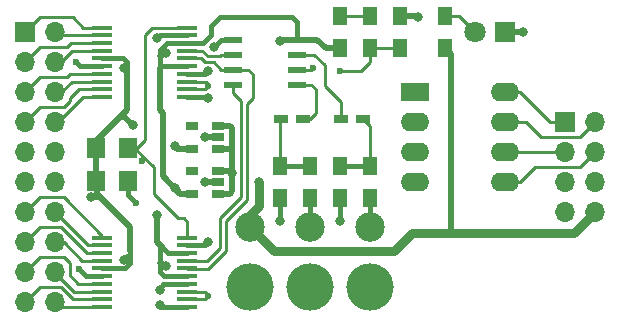
<source format=gbr>
G04 #@! TF.FileFunction,Copper,L1,Top,Signal*
%FSLAX46Y46*%
G04 Gerber Fmt 4.6, Leading zero omitted, Abs format (unit mm)*
G04 Created by KiCad (PCBNEW 4.0.4-stable) date 05/31/18 11:07:35*
%MOMM*%
%LPD*%
G01*
G04 APERTURE LIST*
%ADD10C,0.100000*%
%ADD11R,1.200000X0.750000*%
%ADD12R,1.800000X1.800000*%
%ADD13C,1.800000*%
%ADD14R,1.700000X1.700000*%
%ADD15O,1.700000X1.700000*%
%ADD16R,1.540000X1.800000*%
%ADD17C,2.499360*%
%ADD18C,4.000500*%
%ADD19R,1.300000X1.500000*%
%ADD20R,2.400000X1.600000*%
%ADD21O,2.400000X1.600000*%
%ADD22R,1.060000X0.650000*%
%ADD23R,1.750000X0.450000*%
%ADD24R,1.550000X0.600000*%
%ADD25C,0.800000*%
%ADD26C,0.600000*%
%ADD27C,0.500000*%
%ADD28C,0.400000*%
%ADD29C,0.250000*%
%ADD30C,0.800000*%
G04 APERTURE END LIST*
D10*
D11*
X140396000Y-98806000D03*
X138496000Y-98806000D03*
X143576000Y-98806000D03*
X145476000Y-98806000D03*
D12*
X157480000Y-91440000D03*
D13*
X154940000Y-91440000D03*
D14*
X116840000Y-91440000D03*
D15*
X119380000Y-91440000D03*
X116840000Y-93980000D03*
X119380000Y-93980000D03*
X116840000Y-96520000D03*
X119380000Y-96520000D03*
X116840000Y-99060000D03*
X119380000Y-99060000D03*
X116840000Y-101600000D03*
X119380000Y-101600000D03*
X116840000Y-104140000D03*
X119380000Y-104140000D03*
X116840000Y-106680000D03*
X119380000Y-106680000D03*
X116840000Y-109220000D03*
X119380000Y-109220000D03*
X116840000Y-111760000D03*
X119380000Y-111760000D03*
X116840000Y-114300000D03*
X119380000Y-114300000D03*
D16*
X122866000Y-104016000D03*
X125546000Y-104016000D03*
X125546000Y-101216000D03*
X122866000Y-101216000D03*
D17*
X140970000Y-107950000D03*
D18*
X140970000Y-113030000D03*
D17*
X146050000Y-107950000D03*
D18*
X146050000Y-113030000D03*
D17*
X135890000Y-107950000D03*
D18*
X135890000Y-113030000D03*
D14*
X162560000Y-99060000D03*
D15*
X165100000Y-99060000D03*
X162560000Y-101600000D03*
X165100000Y-101600000D03*
X162560000Y-104140000D03*
X165100000Y-104140000D03*
X162560000Y-106680000D03*
X165100000Y-106680000D03*
D19*
X138430000Y-102790000D03*
X138430000Y-105490000D03*
X140970000Y-102790000D03*
X140970000Y-105490000D03*
X143510000Y-102790000D03*
X143510000Y-105490000D03*
X146050000Y-102790000D03*
X146050000Y-105490000D03*
X143510000Y-92790000D03*
X143510000Y-90090000D03*
X146050000Y-90090000D03*
X146050000Y-92790000D03*
X148590000Y-92790000D03*
X148590000Y-90090000D03*
X152400000Y-90090000D03*
X152400000Y-92790000D03*
D20*
X149860000Y-96520000D03*
D21*
X157480000Y-104140000D03*
X149860000Y-99060000D03*
X157480000Y-101600000D03*
X149860000Y-101600000D03*
X157480000Y-99060000D03*
X149860000Y-104140000D03*
X157480000Y-96520000D03*
D22*
X133180000Y-105090000D03*
X133180000Y-104140000D03*
X133180000Y-103190000D03*
X130980000Y-103190000D03*
X130980000Y-105090000D03*
D23*
X130600000Y-96905000D03*
X130600000Y-96255000D03*
X130600000Y-95605000D03*
X130600000Y-94955000D03*
X130600000Y-94305000D03*
X130600000Y-93655000D03*
X130600000Y-93005000D03*
X130600000Y-92355000D03*
X130600000Y-91705000D03*
X130600000Y-91055000D03*
X123400000Y-91055000D03*
X123400000Y-91705000D03*
X123400000Y-92355000D03*
X123400000Y-93005000D03*
X123400000Y-93655000D03*
X123400000Y-94305000D03*
X123400000Y-94955000D03*
X123400000Y-95605000D03*
X123400000Y-96255000D03*
X123400000Y-96905000D03*
X130600000Y-114685000D03*
X130600000Y-114035000D03*
X130600000Y-113385000D03*
X130600000Y-112735000D03*
X130600000Y-112085000D03*
X130600000Y-111435000D03*
X130600000Y-110785000D03*
X130600000Y-110135000D03*
X130600000Y-109485000D03*
X130600000Y-108835000D03*
X123400000Y-108835000D03*
X123400000Y-109485000D03*
X123400000Y-110135000D03*
X123400000Y-110785000D03*
X123400000Y-111435000D03*
X123400000Y-112085000D03*
X123400000Y-112735000D03*
X123400000Y-113385000D03*
X123400000Y-114035000D03*
X123400000Y-114685000D03*
D22*
X133180000Y-101280000D03*
X133180000Y-100330000D03*
X133180000Y-99380000D03*
X130980000Y-99380000D03*
X130980000Y-101280000D03*
D24*
X139860000Y-95885000D03*
X139860000Y-94615000D03*
X139860000Y-93345000D03*
X139860000Y-92075000D03*
X134460000Y-92075000D03*
X134460000Y-93345000D03*
X134460000Y-94615000D03*
X134460000Y-95885000D03*
D25*
X159004000Y-91440000D03*
X150114000Y-90170000D03*
X143510000Y-107442000D03*
X138430000Y-107442000D03*
X132334000Y-94742000D03*
X132334000Y-97028000D03*
X132080000Y-100330000D03*
X132080000Y-104140000D03*
X128016000Y-91948000D03*
X132842000Y-92710000D03*
X132334000Y-109220000D03*
X128270000Y-114554000D03*
X128270000Y-113284000D03*
D26*
X126238000Y-105918000D03*
X121412000Y-111506000D03*
X121158000Y-93980000D03*
D25*
X122428000Y-105410000D03*
X125222000Y-94488000D03*
X125222000Y-110744000D03*
X125984000Y-99314000D03*
X129540000Y-101092000D03*
X138430000Y-92202000D03*
X128778000Y-93218000D03*
X128778000Y-111252000D03*
X128016000Y-106934000D03*
X129540000Y-104648000D03*
D26*
X132334000Y-96012000D03*
X132312000Y-113792000D03*
D25*
X136652000Y-104140000D03*
X134366000Y-103378000D03*
D26*
X141224000Y-94488000D03*
X143510000Y-94742000D03*
X126746000Y-102362000D03*
D27*
X157480000Y-91440000D02*
X159004000Y-91440000D01*
X148590000Y-90090000D02*
X150034000Y-90090000D01*
X150034000Y-90090000D02*
X150114000Y-90170000D01*
D28*
X143510000Y-105490000D02*
X143510000Y-107442000D01*
X138430000Y-105490000D02*
X138430000Y-107442000D01*
X130600000Y-94955000D02*
X132121000Y-94955000D01*
X132121000Y-94955000D02*
X132334000Y-94742000D01*
X130600000Y-96905000D02*
X132211000Y-96905000D01*
X132211000Y-96905000D02*
X132334000Y-97028000D01*
D27*
X133180000Y-100330000D02*
X132080000Y-100330000D01*
X133180000Y-104140000D02*
X132080000Y-104140000D01*
D28*
X130600000Y-91705000D02*
X128259000Y-91705000D01*
X128259000Y-91705000D02*
X128016000Y-91948000D01*
X134460000Y-92075000D02*
X133477000Y-92075000D01*
X133477000Y-92075000D02*
X132842000Y-92710000D01*
X130600000Y-109485000D02*
X132069000Y-109485000D01*
X132069000Y-109485000D02*
X132334000Y-109220000D01*
X130600000Y-114685000D02*
X128401000Y-114685000D01*
X128401000Y-114685000D02*
X128270000Y-114554000D01*
X130600000Y-112735000D02*
X128565000Y-112735000D01*
X128565000Y-112735000D02*
X128270000Y-113284000D01*
X125546000Y-104016000D02*
X125546000Y-105226000D01*
X125546000Y-105226000D02*
X126238000Y-105918000D01*
X123400000Y-112085000D02*
X121991000Y-112085000D01*
X121991000Y-112085000D02*
X121412000Y-111506000D01*
X123400000Y-94305000D02*
X121483000Y-94305000D01*
X121483000Y-94305000D02*
X121158000Y-93980000D01*
D27*
X122428000Y-105410000D02*
X123190000Y-105410000D01*
X125222000Y-94488000D02*
X125476000Y-94742000D01*
X125476000Y-110490000D02*
X125730000Y-110490000D01*
X125222000Y-110744000D02*
X125476000Y-110490000D01*
X130980000Y-101280000D02*
X129728000Y-101280000D01*
X125984000Y-99314000D02*
X125095000Y-98425000D01*
X129728000Y-101280000D02*
X129540000Y-101092000D01*
X122866000Y-101216000D02*
X122866000Y-104016000D01*
X122866000Y-104016000D02*
X122936000Y-104086000D01*
X122936000Y-104086000D02*
X122936000Y-105156000D01*
X122936000Y-105156000D02*
X123190000Y-105410000D01*
X123190000Y-105410000D02*
X125730000Y-107950000D01*
X125730000Y-107950000D02*
X125730000Y-109982000D01*
X125476000Y-94996000D02*
X125476000Y-98044000D01*
D28*
X125476000Y-93980000D02*
X125476000Y-94742000D01*
X125476000Y-94742000D02*
X125476000Y-94996000D01*
X123400000Y-93655000D02*
X125151000Y-93655000D01*
X125151000Y-93655000D02*
X125222000Y-93726000D01*
X125222000Y-93726000D02*
X125476000Y-93980000D01*
D27*
X125476000Y-98044000D02*
X124968000Y-98552000D01*
X124968000Y-98552000D02*
X122866000Y-100654000D01*
X122866000Y-100654000D02*
X122866000Y-101216000D01*
D28*
X123400000Y-111435000D02*
X125293000Y-111435000D01*
X125730000Y-110998000D02*
X125730000Y-110490000D01*
X125730000Y-110490000D02*
X125730000Y-109982000D01*
X125293000Y-111435000D02*
X125730000Y-110998000D01*
D27*
X138557000Y-92075000D02*
X139860000Y-92075000D01*
X138430000Y-92202000D02*
X138557000Y-92075000D01*
X128270000Y-93472000D02*
X128778000Y-93218000D01*
X128270000Y-110998000D02*
X128778000Y-111252000D01*
X129982000Y-105090000D02*
X129606000Y-104582000D01*
X128016000Y-109220000D02*
X128270000Y-109474000D01*
X128016000Y-106934000D02*
X128016000Y-109220000D01*
X129606000Y-104582000D02*
X129540000Y-104648000D01*
X139860000Y-92075000D02*
X141605000Y-92075000D01*
X142320000Y-92790000D02*
X143510000Y-92790000D01*
X141605000Y-92075000D02*
X142320000Y-92790000D01*
D28*
X130600000Y-92355000D02*
X131927000Y-92355000D01*
X139860000Y-90584000D02*
X139860000Y-92075000D01*
X139446000Y-90170000D02*
X139860000Y-90584000D01*
X133350000Y-90170000D02*
X139446000Y-90170000D01*
X132588000Y-90932000D02*
X133350000Y-90170000D01*
X132588000Y-91694000D02*
X132588000Y-90932000D01*
X131927000Y-92355000D02*
X132588000Y-91694000D01*
X130600000Y-94305000D02*
X128270000Y-94305000D01*
X128270000Y-94305000D02*
X128270000Y-94488000D01*
X128270000Y-94488000D02*
X128270000Y-93472000D01*
X128270000Y-93472000D02*
X128270000Y-92964000D01*
D27*
X129982000Y-105090000D02*
X128524000Y-103632000D01*
X128524000Y-103632000D02*
X128524000Y-98298000D01*
X128524000Y-98298000D02*
X128270000Y-98044000D01*
X128270000Y-98044000D02*
X128270000Y-94488000D01*
X130114000Y-105090000D02*
X129982000Y-105090000D01*
D28*
X128879000Y-92355000D02*
X130600000Y-92355000D01*
X128270000Y-92964000D02*
X128879000Y-92355000D01*
X130600000Y-112085000D02*
X128595000Y-112085000D01*
X128595000Y-112085000D02*
X128270000Y-111760000D01*
X128270000Y-111760000D02*
X128270000Y-110998000D01*
X128270000Y-110998000D02*
X128270000Y-109474000D01*
X130600000Y-110135000D02*
X128931000Y-110135000D01*
X128931000Y-110135000D02*
X128524000Y-109728000D01*
D27*
X128270000Y-109474000D02*
X128524000Y-109728000D01*
X130980000Y-105090000D02*
X130114000Y-105090000D01*
D29*
X130600000Y-96255000D02*
X132091000Y-96255000D01*
X132181000Y-95605000D02*
X130600000Y-95605000D01*
X132334000Y-95758000D02*
X132181000Y-95605000D01*
X132334000Y-96012000D02*
X132334000Y-95758000D01*
X132091000Y-96255000D02*
X132334000Y-96012000D01*
X130600000Y-114035000D02*
X132069000Y-114035000D01*
X132137000Y-113385000D02*
X130600000Y-113385000D01*
X132312000Y-113560000D02*
X132137000Y-113385000D01*
X132312000Y-113792000D02*
X132312000Y-113560000D01*
X132069000Y-114035000D02*
X132312000Y-113792000D01*
D27*
X133180000Y-101280000D02*
X134366000Y-101280000D01*
X134366000Y-101280000D02*
X134366000Y-101092000D01*
X134366000Y-103378000D02*
X134366000Y-101092000D01*
X134366000Y-101092000D02*
X134366000Y-99568000D01*
X134178000Y-99380000D02*
X133180000Y-99380000D01*
X134366000Y-99568000D02*
X134178000Y-99380000D01*
X134366000Y-103378000D02*
X134366000Y-104902000D01*
X134178000Y-105090000D02*
X133180000Y-105090000D01*
X134366000Y-104902000D02*
X134178000Y-105090000D01*
D30*
X135890000Y-107950000D02*
X135890000Y-106934000D01*
X135890000Y-106934000D02*
X136652000Y-106172000D01*
X136652000Y-106172000D02*
X136652000Y-104140000D01*
D27*
X134178000Y-103190000D02*
X133180000Y-103190000D01*
X134366000Y-103378000D02*
X134178000Y-103190000D01*
X152908000Y-108458000D02*
X152908000Y-93298000D01*
X152908000Y-93298000D02*
X152400000Y-92790000D01*
D30*
X135890000Y-107950000D02*
X137922000Y-109982000D01*
X149606000Y-108458000D02*
X152908000Y-108458000D01*
X148082000Y-109982000D02*
X149606000Y-108458000D01*
X137922000Y-109982000D02*
X148082000Y-109982000D01*
X163322000Y-108458000D02*
X165100000Y-106680000D01*
X152908000Y-108458000D02*
X163322000Y-108458000D01*
D29*
X140396000Y-98806000D02*
X140970000Y-98806000D01*
X140970000Y-98806000D02*
X141478000Y-98298000D01*
X141478000Y-98298000D02*
X141478000Y-96266000D01*
X141478000Y-96266000D02*
X141097000Y-95885000D01*
X141097000Y-95885000D02*
X139860000Y-95885000D01*
X138430000Y-102790000D02*
X138430000Y-98872000D01*
X138430000Y-98872000D02*
X138496000Y-98806000D01*
D28*
X140970000Y-102790000D02*
X138430000Y-102790000D01*
D29*
X143576000Y-98806000D02*
X143576000Y-97348000D01*
X141351000Y-93345000D02*
X139860000Y-93345000D01*
X142240000Y-94234000D02*
X141351000Y-93345000D01*
X142240000Y-96012000D02*
X142240000Y-94234000D01*
X143576000Y-97348000D02*
X142240000Y-96012000D01*
X146050000Y-102790000D02*
X146050000Y-99380000D01*
X146050000Y-99380000D02*
X145476000Y-98806000D01*
D28*
X146050000Y-102790000D02*
X143510000Y-102790000D01*
D29*
X141097000Y-94615000D02*
X139860000Y-94615000D01*
X141224000Y-94488000D02*
X141097000Y-94615000D01*
X146050000Y-93726000D02*
X146050000Y-93980000D01*
X146050000Y-92790000D02*
X146050000Y-93726000D01*
X145288000Y-94742000D02*
X143510000Y-94742000D01*
X146050000Y-93980000D02*
X145288000Y-94742000D01*
X148590000Y-92790000D02*
X146050000Y-92790000D01*
X152400000Y-90090000D02*
X153590000Y-90090000D01*
X153590000Y-90090000D02*
X154940000Y-91440000D01*
X123400000Y-91055000D02*
X121789000Y-91055000D01*
X118110000Y-90170000D02*
X116840000Y-91440000D01*
X120904000Y-90170000D02*
X118110000Y-90170000D01*
X121789000Y-91055000D02*
X120904000Y-90170000D01*
X123400000Y-91705000D02*
X119645000Y-91705000D01*
X119645000Y-91705000D02*
X119380000Y-91440000D01*
D28*
X119645000Y-91705000D02*
X119380000Y-91440000D01*
D29*
X123400000Y-92355000D02*
X120751000Y-92355000D01*
X118110000Y-92710000D02*
X116840000Y-93980000D01*
X120396000Y-92710000D02*
X118110000Y-92710000D01*
X120751000Y-92355000D02*
X120396000Y-92710000D01*
X119380000Y-93980000D02*
X119888000Y-93980000D01*
X119888000Y-93980000D02*
X120142000Y-93726000D01*
X120142000Y-93726000D02*
X119380000Y-93980000D01*
X123400000Y-93005000D02*
X120863000Y-93005000D01*
X120863000Y-93005000D02*
X119888000Y-93980000D01*
X123400000Y-94955000D02*
X120691000Y-94955000D01*
X118110000Y-95250000D02*
X116840000Y-96520000D01*
X120396000Y-95250000D02*
X118110000Y-95250000D01*
X120691000Y-94955000D02*
X120396000Y-95250000D01*
X123400000Y-95605000D02*
X120803000Y-95605000D01*
X120803000Y-95605000D02*
X119888000Y-96520000D01*
X119888000Y-96520000D02*
X119380000Y-96520000D01*
X123400000Y-96255000D02*
X121423000Y-96255000D01*
X118110000Y-97790000D02*
X116840000Y-99060000D01*
X120142000Y-97790000D02*
X118110000Y-97790000D01*
X120650000Y-97282000D02*
X120142000Y-97790000D01*
X120650000Y-97028000D02*
X120650000Y-97282000D01*
X121423000Y-96255000D02*
X120650000Y-97028000D01*
X123400000Y-96905000D02*
X121789000Y-96905000D01*
X121789000Y-96905000D02*
X119634000Y-99060000D01*
X119634000Y-99060000D02*
X119380000Y-99060000D01*
D28*
X119888000Y-99060000D02*
X119380000Y-99060000D01*
D29*
X128270000Y-105664000D02*
X129540000Y-106934000D01*
X129540000Y-106934000D02*
X129794000Y-107188000D01*
X127762000Y-105156000D02*
X128270000Y-105664000D01*
X127762000Y-102870000D02*
X127762000Y-105156000D01*
X126108000Y-101216000D02*
X127762000Y-102870000D01*
X130600000Y-107486000D02*
X130600000Y-108835000D01*
X130302000Y-107188000D02*
X130600000Y-107486000D01*
X129794000Y-107188000D02*
X130302000Y-107188000D01*
X125546000Y-101216000D02*
X126108000Y-101216000D01*
X126108000Y-101216000D02*
X126746000Y-101854000D01*
X126746000Y-101854000D02*
X126746000Y-102362000D01*
X125546000Y-101216000D02*
X126368000Y-101216000D01*
X127000000Y-98806000D02*
X127000000Y-91694000D01*
X127000000Y-91694000D02*
X127639000Y-91055000D01*
X127639000Y-91055000D02*
X130600000Y-91055000D01*
X127000000Y-100584000D02*
X127000000Y-98806000D01*
X126368000Y-101216000D02*
X127000000Y-100584000D01*
D27*
X126110000Y-101280000D02*
X125860000Y-101530000D01*
X126100000Y-101770000D02*
X125860000Y-101530000D01*
D29*
X123400000Y-108835000D02*
X123400000Y-108668000D01*
X123400000Y-108668000D02*
X120142000Y-105410000D01*
X120142000Y-105410000D02*
X118110000Y-105410000D01*
X118110000Y-105410000D02*
X116840000Y-106680000D01*
X123400000Y-109485000D02*
X122185000Y-109485000D01*
X122185000Y-109485000D02*
X119380000Y-106680000D01*
X123400000Y-110135000D02*
X122073000Y-110135000D01*
X118110000Y-107950000D02*
X116840000Y-109220000D01*
X119888000Y-107950000D02*
X118110000Y-107950000D01*
X122073000Y-110135000D02*
X119888000Y-107950000D01*
X123400000Y-110785000D02*
X121707000Y-110785000D01*
X121707000Y-110785000D02*
X120142000Y-109220000D01*
X120142000Y-109220000D02*
X119380000Y-109220000D01*
X123400000Y-112735000D02*
X121371000Y-112735000D01*
X118110000Y-110490000D02*
X116840000Y-111760000D01*
X120142000Y-110490000D02*
X118110000Y-110490000D01*
X120650000Y-110998000D02*
X120142000Y-110490000D01*
X120650000Y-112014000D02*
X120650000Y-110998000D01*
X121371000Y-112735000D02*
X120650000Y-112014000D01*
X123400000Y-113385000D02*
X121005000Y-113385000D01*
X121005000Y-113385000D02*
X119507000Y-111887000D01*
X119380000Y-112014000D02*
X119380000Y-111760000D01*
X123400000Y-114035000D02*
X120893000Y-114035000D01*
X118110000Y-113030000D02*
X116840000Y-114300000D01*
X119888000Y-113030000D02*
X118110000Y-113030000D01*
X120893000Y-114035000D02*
X119888000Y-113030000D01*
X123400000Y-114685000D02*
X119765000Y-114685000D01*
X119765000Y-114685000D02*
X119380000Y-114300000D01*
D28*
X140970000Y-107950000D02*
X140970000Y-105490000D01*
X146050000Y-107950000D02*
X146050000Y-105490000D01*
D29*
X157480000Y-96520000D02*
X158750000Y-96520000D01*
X161290000Y-99060000D02*
X162560000Y-99060000D01*
X158750000Y-96520000D02*
X161290000Y-99060000D01*
X157480000Y-99060000D02*
X159258000Y-99060000D01*
X163830000Y-100330000D02*
X165100000Y-99060000D01*
X160528000Y-100330000D02*
X163830000Y-100330000D01*
X159258000Y-99060000D02*
X160528000Y-100330000D01*
X157480000Y-101600000D02*
X162560000Y-101600000D01*
X157480000Y-104140000D02*
X158750000Y-104140000D01*
X163830000Y-102870000D02*
X165100000Y-101600000D01*
X160020000Y-102870000D02*
X163830000Y-102870000D01*
X158750000Y-104140000D02*
X160020000Y-102870000D01*
X143510000Y-90090000D02*
X146050000Y-90090000D01*
X134460000Y-94615000D02*
X135763000Y-94615000D01*
X132334000Y-111506000D02*
X130671000Y-111506000D01*
X132588000Y-111252000D02*
X132334000Y-111506000D01*
X133858000Y-109982000D02*
X132588000Y-111252000D01*
X133858000Y-109416002D02*
X133858000Y-109982000D01*
X133858000Y-107442000D02*
X133858000Y-109416002D01*
X135636000Y-105664000D02*
X133858000Y-107442000D01*
X135636000Y-97536000D02*
X135636000Y-105664000D01*
X136144000Y-97028000D02*
X135636000Y-97536000D01*
X136144000Y-94996000D02*
X136144000Y-97028000D01*
X135763000Y-94615000D02*
X136144000Y-94996000D01*
X130671000Y-111506000D02*
X130600000Y-111435000D01*
X134460000Y-94615000D02*
X133477000Y-94615000D01*
X131755000Y-93655000D02*
X130600000Y-93655000D01*
X132080000Y-93980000D02*
X131755000Y-93655000D01*
X132842000Y-93980000D02*
X132080000Y-93980000D01*
X133477000Y-94615000D02*
X132842000Y-93980000D01*
X134460000Y-93345000D02*
X133477000Y-93345000D01*
X131867000Y-93005000D02*
X130600000Y-93005000D01*
X132334000Y-93472000D02*
X131867000Y-93005000D01*
X133350000Y-93472000D02*
X132334000Y-93472000D01*
X133477000Y-93345000D02*
X133350000Y-93472000D01*
X133350000Y-107188000D02*
X133350000Y-109728000D01*
X135128000Y-105410000D02*
X133350000Y-107188000D01*
X135128000Y-97282000D02*
X135128000Y-105410000D01*
X134460000Y-95885000D02*
X134460000Y-96614000D01*
X132293000Y-110785000D02*
X130600000Y-110785000D01*
X133350000Y-109728000D02*
X132293000Y-110785000D01*
X134460000Y-96614000D02*
X135128000Y-97282000D01*
M02*

</source>
